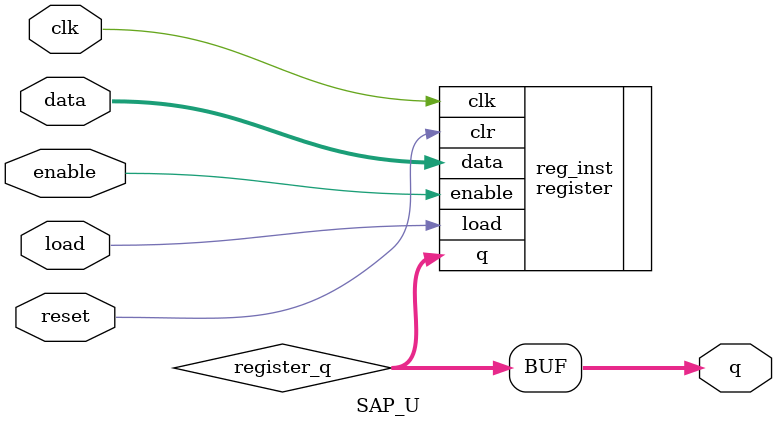
<source format=v>
`default_nettype none
module SAP_U (
    input  wire clk,        // System clock
    input  wire reset,      // System reset
    input  wire load,       // Load signal
    input  wire enable,     // Enable signal
    input  wire [7:0] data, // 8-bit data input
    output wire [7:0] q     // 8-bit output from register
);

    // Internal signal for connecting reg_inst to output q
    wire [7:0] register_q;

    // Instantiate the register module
    register reg_inst (
        .clk(clk),
        .clr(reset),
        .load(load),
        .enable(enable),
        .data(data),
        .q(register_q)
    );

    // Output assignment
    assign q = register_q;

endmodule

</source>
